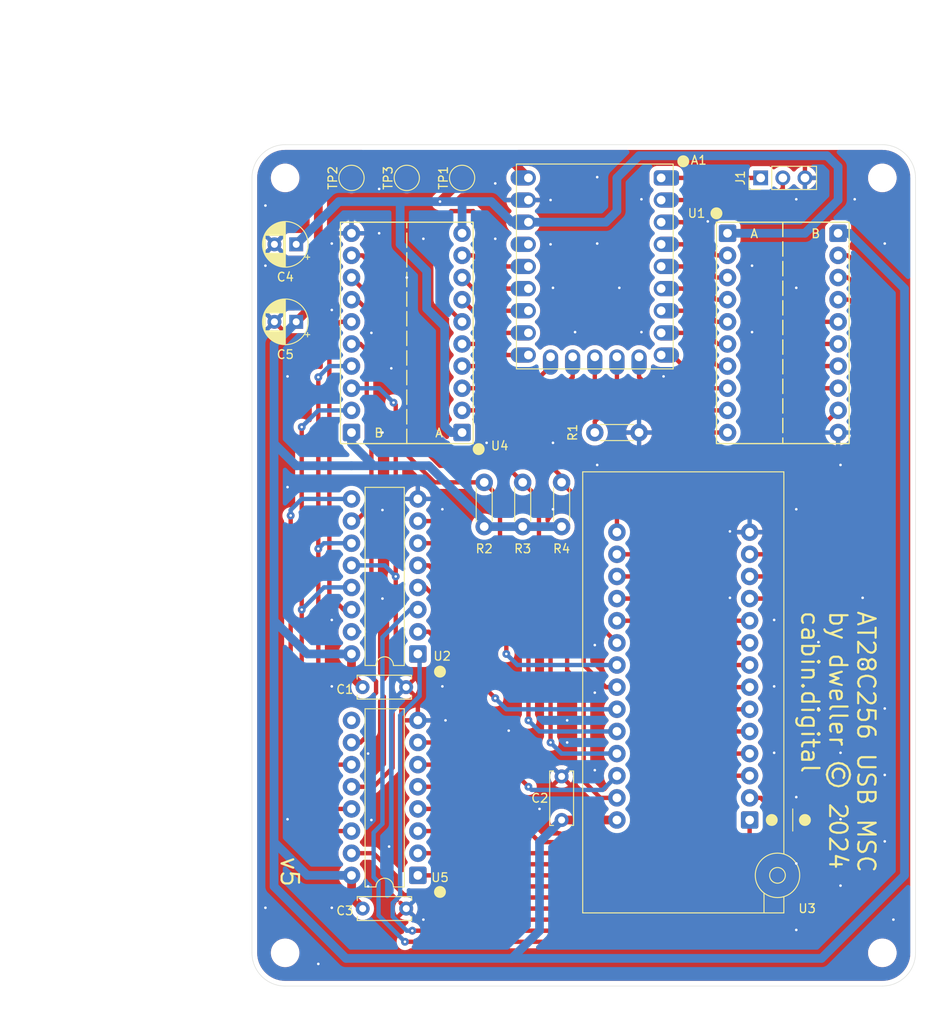
<source format=kicad_pcb>
(kicad_pcb
	(version 20240108)
	(generator "pcbnew")
	(generator_version "8.0")
	(general
		(thickness 1.5)
		(legacy_teardrops no)
	)
	(paper "A4")
	(title_block
		(title "AT28C256 USB Mass Storage")
		(date "2024-10-16")
		(rev "v5")
		(company "cabin.digital")
		(comment 2 "         creativecommons.org/licenses/by-sa/4.0")
		(comment 3 "License: CC BY-SA 4.0")
		(comment 4 "Author:  dweller@cabin.digital")
	)
	(layers
		(0 "F.Cu" mixed)
		(31 "B.Cu" mixed)
		(32 "B.Adhes" user "B.Adhesive")
		(33 "F.Adhes" user "F.Adhesive")
		(34 "B.Paste" user)
		(35 "F.Paste" user)
		(36 "B.SilkS" user "B.Silkscreen")
		(37 "F.SilkS" user "F.Silkscreen")
		(38 "B.Mask" user)
		(39 "F.Mask" user)
		(40 "Dwgs.User" user "User.Drawings")
		(41 "Cmts.User" user "User.Comments")
		(42 "Eco1.User" user "User.Eco1")
		(43 "Eco2.User" user "User.Eco2")
		(44 "Edge.Cuts" user)
		(45 "Margin" user)
		(46 "B.CrtYd" user "B.Courtyard")
		(47 "F.CrtYd" user "F.Courtyard")
		(48 "B.Fab" user)
		(49 "F.Fab" user)
		(50 "User.1" user)
		(51 "User.2" user)
		(52 "User.3" user)
		(53 "User.4" user)
		(54 "User.5" user)
		(55 "User.6" user)
		(56 "User.7" user)
		(57 "User.8" user)
		(58 "User.9" user)
	)
	(setup
		(stackup
			(layer "F.SilkS"
				(type "Top Silk Screen")
				(color "White")
			)
			(layer "F.Paste"
				(type "Top Solder Paste")
			)
			(layer "F.Mask"
				(type "Top Solder Mask")
				(color "Green")
				(thickness 0.01)
			)
			(layer "F.Cu"
				(type "copper")
				(thickness 0.035)
			)
			(layer "dielectric 1"
				(type "core")
				(color "FR4 natural")
				(thickness 1.41)
				(material "FR4")
				(epsilon_r 4.5)
				(loss_tangent 0.02)
			)
			(layer "B.Cu"
				(type "copper")
				(thickness 0.035)
			)
			(layer "B.Mask"
				(type "Bottom Solder Mask")
				(color "Green")
				(thickness 0.01)
			)
			(layer "B.Paste"
				(type "Bottom Solder Paste")
			)
			(layer "B.SilkS"
				(type "Bottom Silk Screen")
				(color "White")
			)
			(copper_finish "HAL lead-free")
			(dielectric_constraints no)
		)
		(pad_to_mask_clearance 0)
		(allow_soldermask_bridges_in_footprints no)
		(pcbplotparams
			(layerselection 0x00010f0_ffffffff)
			(plot_on_all_layers_selection 0x0000000_00000000)
			(disableapertmacros no)
			(usegerberextensions no)
			(usegerberattributes yes)
			(usegerberadvancedattributes yes)
			(creategerberjobfile yes)
			(dashed_line_dash_ratio 12.000000)
			(dashed_line_gap_ratio 3.000000)
			(svgprecision 4)
			(plotframeref no)
			(viasonmask no)
			(mode 1)
			(useauxorigin no)
			(hpglpennumber 1)
			(hpglpenspeed 20)
			(hpglpendiameter 15.000000)
			(pdf_front_fp_property_popups yes)
			(pdf_back_fp_property_popups yes)
			(dxfpolygonmode yes)
			(dxfimperialunits yes)
			(dxfusepcbnewfont yes)
			(psnegative no)
			(psa4output no)
			(plotreference yes)
			(plotvalue yes)
			(plotfptext yes)
			(plotinvisibletext no)
			(sketchpadsonfab no)
			(subtractmaskfromsilk yes)
			(outputformat 1)
			(mirror no)
			(drillshape 0)
			(scaleselection 1)
			(outputdirectory "fab_out/")
		)
	)
	(net 0 "")
	(net 1 "/~{rCS}")
	(net 2 "+3.3V")
	(net 3 "/~{rOE}")
	(net 4 "/rD3")
	(net 5 "/TX")
	(net 6 "/rRCLK")
	(net 7 "/~{rWE}")
	(net 8 "unconnected-(A1-GP29-Pad20)")
	(net 9 "/rD5")
	(net 10 "/~{rCLR}")
	(net 11 "/rD6")
	(net 12 "/rSCLK")
	(net 13 "/rD4")
	(net 14 "/~{rSOE}")
	(net 15 "/rDOE")
	(net 16 "/rIN")
	(net 17 "/RX")
	(net 18 "GND")
	(net 19 "+5V")
	(net 20 "/rD1")
	(net 21 "/rD0")
	(net 22 "/rD7")
	(net 23 "/rD2")
	(net 24 "/D6")
	(net 25 "/D5")
	(net 26 "/D7")
	(net 27 "/D3")
	(net 28 "/D2")
	(net 29 "/D4")
	(net 30 "/D1")
	(net 31 "/D0")
	(net 32 "unconnected-(U2-QA-Pad15)")
	(net 33 "/IN")
	(net 34 "/~{CLR}")
	(net 35 "/A13")
	(net 36 "Net-(U2-QH')")
	(net 37 "/A11")
	(net 38 "/A8")
	(net 39 "/A12")
	(net 40 "/A9")
	(net 41 "/SCLK")
	(net 42 "/~{SOE}")
	(net 43 "/RCLK")
	(net 44 "/A14")
	(net 45 "/A10")
	(net 46 "/A1")
	(net 47 "/A6")
	(net 48 "/A0")
	(net 49 "/A2")
	(net 50 "/~{OE}")
	(net 51 "/~{CS}")
	(net 52 "/A5")
	(net 53 "/A7")
	(net 54 "/~{WE}")
	(net 55 "/A4")
	(net 56 "/A3")
	(net 57 "unconnected-(U5-QH'-Pad9)")
	(footprint "Capacitor_THT:C_Disc_D6.0mm_W2.5mm_P5.00mm" (layer "F.Cu") (at 125.745 137.16))
	(footprint "Capacitor_THT:CP_Radial_D5.0mm_P2.50mm" (layer "F.Cu") (at 118.11 69.85 180))
	(footprint "Connector_PinHeader_2.54mm:PinHeader_1x03_P2.54mm_Vertical" (layer "F.Cu") (at 171.45 53.34 90))
	(footprint "MountingHole:MountingHole_2.7mm_M2.5" (layer "F.Cu") (at 185.42 142.24))
	(footprint "MountingHole:MountingHole_2.7mm_M2.5" (layer "F.Cu") (at 116.84 142.24))
	(footprint "Capacitor_THT:CP_Radial_D5.0mm_P2.50mm" (layer "F.Cu") (at 118.11 60.96 180))
	(footprint "Capacitor_THT:C_Disc_D6.0mm_W2.5mm_P5.00mm" (layer "F.Cu") (at 148.59 127 90))
	(footprint "eeprom2blk:DIP-16_W7.62mm_LongPads" (layer "F.Cu") (at 132.08 107.95 180))
	(footprint "eeprom2blk:R_Axial_DIN0204_L3.6mm_D1.6mm_P5.08mm_Horizontal" (layer "F.Cu") (at 139.7 93.345 90))
	(footprint "eeprom2blk:TXS0108EPW_Breakout" (layer "F.Cu") (at 130.81 71.12 180))
	(footprint "MountingHole:MountingHole_2.7mm_M2.5" (layer "F.Cu") (at 116.84 53.34))
	(footprint "MountingHole:MountingHole_2.7mm_M2.5" (layer "F.Cu") (at 185.42 53.34))
	(footprint "TestPoint:TestPoint_Pad_D2.5mm" (layer "F.Cu") (at 124.46 53.34 90))
	(footprint "eeprom2blk:R_Axial_DIN0204_L3.6mm_D1.6mm_P5.08mm_Horizontal" (layer "F.Cu") (at 144.12 93.345 90))
	(footprint "TestPoint:TestPoint_Pad_D2.5mm" (layer "F.Cu") (at 137.16 53.34 90))
	(footprint "Capacitor_THT:C_Disc_D6.0mm_W2.5mm_P5.00mm" (layer "F.Cu") (at 125.73 111.76))
	(footprint "eeprom2blk:R_Axial_DIN0204_L3.6mm_D1.6mm_P5.08mm_Horizontal" (layer "F.Cu") (at 152.4 82.55))
	(footprint "eeprom2blk:R_Axial_DIN0204_L3.6mm_D1.6mm_P5.08mm_Horizontal" (layer "F.Cu") (at 148.59 93.345 90))
	(footprint "TestPoint:TestPoint_Pad_D2.5mm" (layer "F.Cu") (at 130.81 53.34 90))
	(footprint "eeprom2blk:DIP-16_W7.62mm_LongPads" (layer "F.Cu") (at 132.08 133.35 180))
	(footprint "eeprom2blk:DIP_Socket-28_W11.9_W12.7_W15.24_W17.78_W18.5_3M_228-1277-00-0602J" (layer "F.Cu") (at 170.18 127 180))
	(footprint "eeprom2blk:RP2040-Zero" (layer "F.Cu") (at 152.4 62.75))
	(footprint "eeprom2blk:TXS0108EPW_Breakout" (layer "F.Cu") (at 173.99 71.12))
	(gr_circle
		(center 134.62 135.255)
		(end 135.255 135.255)
		(stroke
			(width 0.1)
			(type solid)
		)
		(fill solid)
		(layer "F.SilkS")
		(uuid "63be5518-7b3f-441b-bee8-0313af6c4a10")
	)
	(gr_circle
		(center 176.53 127)
		(end 177.165 127)
		(stroke
			(width 0.1)
			(type solid)
		)
		(fill solid)
		(layer "F.SilkS")
		(uuid "688f0c32-bd50-4697-8b64-33cb80984b88")
	)
	(gr_circle
		(center 134.62 109.982)
		(end 135.255 109.982)
		(stroke
			(width 0.1)
			(type solid)
		)
		(fill solid)
		(layer "F.SilkS")
		(uuid "8e995dc5-d294-4383-87c1-46e344f2f081")
	)
	(gr_circle
		(center 139.065 84.455)
		(end 139.7 84.455)
		(stroke
			(width 0.1)
			(type solid)
		)
		(fill solid)
		(layer "F.SilkS")
		(uuid "b59f6e94-2db2-4cc9-aac5-a4de8e302953")
	)
	(gr_circle
		(center 166.37 57.404)
		(end 167.005 57.404)
		(stroke
			(width 0.1)
			(type solid)
		)
		(fill solid)
		(layer "F.SilkS")
		(uuid "cb1670b8-a9f9-47af-946b-9b00300b5a34")
	)
	(gr_circle
		(center 162.56 51.435)
		(end 163.195 51.435)
		(stroke
			(width 0.1)
			(type solid)
		)
		(fill solid)
		(layer "F.SilkS")
		(uuid "cd8db7fe-cab4-4ceb-8755-36fd5e361907")
	)
	(gr_circle
		(center 172.72 127)
		(end 173.355 127)
		(stroke
			(width 0.1)
			(type solid)
		)
		(fill solid)
		(layer "F.SilkS")
		(uuid "d2b05f8c-24d7-4932-8f80-823bd1d1c959")
	)
	(gr_line
		(start 189.23 53.34)
		(end 189.23 142.24)
		(stroke
			(width 0.05)
			(type default)
		)
		(layer "Edge.Cuts")
		(uuid "4a66cf97-0d6c-4ba3-bbe4-22317d0b53f4")
	)
	(gr_arc
		(start 113.03 53.34)
		(mid 114.145923 50.645923)
		(end 116.84 49.53)
		(stroke
			(width 0.05)
			(type default)
		)
		(layer "Edge.Cuts")
		(uuid "4e8b34cb-cae5-4048-98ad-aaa59232d789")
	)
	(gr_line
		(start 116.84 146.05)
		(end 185.42 146.05)
		(stroke
			(width 0.05)
			(type default)
		)
		(layer "Edge.Cuts")
		(uuid "66d32624-c5fb-4e8a-b794-31dd8f548516")
	)
	(gr_arc
		(start 189.23 142.24)
		(mid 188.114077 144.934077)
		(end 185.42 146.05)
		(stroke
			(width 0.05)
			(type default)
		)
		(layer "Edge.Cuts")
		(uuid "8c4f17eb-061d-4222-bcb4-13c866d84ce0")
	)
	(gr_line
		(start 185.42 49.53)
		(end 116.84 49.53)
		(stroke
			(width 0.05)
			(type default)
		)
		(layer "Edge.Cuts")
		(uuid "900404b3-75c3-4a1e-8dda-04bac236c1cc")
	)
	(gr_line
		(start 113.03 53.34)
		(end 113.03 142.24)
		(stroke
			(width 0.05)
			(type default)
		)
		(layer "Edge.Cuts")
		(uuid "93306804-7f27-4779-a564-e31e047fd82a")
	)
	(gr_arc
		(start 185.42 49.53)
		(mid 188.114077 50.645923)
		(end 189.23 53.34)
		(stroke
			(width 0.05)
			(type default)
		)
		(layer "Edge.Cuts")
		(uuid "f90e8d2c-d0e7-4540-b0f8-150d772a0325")
	)
	(gr_arc
		(start 116.84 146.05)
		(mid 114.145923 144.934077)
		(end 113.03 142.24)
		(stroke
			(width 0.05)
			(type default)
		)
		(layer "Edge.Cuts")
		(uuid "fed24285-3ae1-4a9d-83b4-3cd150e40a35")
	)
	(gr_text "v5"
		(at 117.348 131.064 270)
		(layer "F.SilkS")
		(uuid "66b9d485-67a8-474b-bc81-0a2f01a479d5")
		(effects
			(font
				(size 2 2)
				(thickness 0.25)
				(bold yes)
			)
			(justify left)
		)
	)
	(gr_text "AT28C256 USB MSC\nby dweller © 2024\ncabin.digital"
		(at 180.34 102.87 270)
		(layer "F.SilkS")
		(uuid "d3a54ab6-a3d3-4d68-85b6-bcc906211206")
		(effects
			(font
				(size 2 2)
				(thickness 0.25)
				(bold yes)
			)
			(justify left)
		)
	)
	(dimension
		(type aligned)
		(layer "Dwgs.User")
		(uuid "722dd3b8-fb71-4999-af24-1da4b530b74b")
		(pts
			(xy 116.84 49.53) (xy 116.84 146.05)
		)
		(height 15.24)
		(gr_text "96.5200 mm"
			(at 98.45 97.79 90)
			(layer "Dwgs.User")
			(uuid "722dd3b8-fb71-4999-af24-1da4b530b74b")
			(effects
				(font
					(size 3 3)
					(thickness 0.15)
				)
			)
		)
		(format
			(prefix "")
			(suffix "")
			(units 3)
			(units_format 1)
			(precision 4)
		)
		(style
			(thickness 0.1)
			(arrow_length 1.27)
			(text_position_mode 0)
			(extension_height 0.58642)
			(extension_offset 0.5) keep_text_aligned)
	)
	(dimension
		(type aligned)
		(layer "Dwgs.User")
		(uuid "9dd16d26-56ed-4e30-818b-6137659016a5")
		(pts
			(xy 113.03 53.34) (xy 189.23 53.34)
		)
		(height -15.24)
		(gr_text "76.2000 mm"
			(at 151.13 34.95 0)
			(layer "Dwgs.User")
			(uuid "9dd16d26-56ed-4e30-818b-6137659016a5")
			(effects
				(font
					(size 3 3)
					(thickness 0.15)
				)
			)
		)
		(format
			(prefix "")
			(suffix "")
			(units 3)
			(units_format 1)
			(precision 4)
		)
		(style
			(thickness 0.1)
			(arrow_length 1.27)
			(text_position_mode 0)
			(extension_height 0.58642)
			(extension_offset 0.5) keep_text_aligned)
	)
	(segment
		(start 142.24 66.04)
		(end 138.43 62.23)
		(width 0.5)
		(layer "F.Cu")
		(net 1)
		(uuid "527b557c-59a1-48fd-b61d-a53c79904fe0")
	)
	(segment
		(start 144.78 66.04)
		(end 142.24 66.04)
		(width 0.5)
		(layer "F.Cu")
		(net 1)
		(uuid "93668bf9-0049-43f7-9ecd-34a3a13acad1")
	)
	(segment
		(start 138.43 62.23)
		(end 137.16 62.23)
		(width 0.5)
		(layer "F.Cu")
		(net 1)
		(uuid "eb831391-a3bb-4ffb-a24e-423e3a28e068")
	)
	(segment
		(start 137.16 53.52)
		(end 134.62 56.06)
		(width 1)
		(layer "F.Cu")
		(net 2)
		(uuid "351e2adf-8287-47ed-b4e4-9a28516825f6")
	)
	(segment
		(start 137.16 53.34)
		(end 137.16 53.52)
		(width 1)
		(layer "F.Cu")
		(net 2)
		(uuid "c07b6ab4-3565-4455-851c-6d409f494b41")
	)
	(via
		(at 134.62 56.06)
		(size 0.9)
		(drill 0.3)
		(layers "F.Cu" "B.Cu")
		(net 2)
		(uuid "d1868e17-7d8a-43bd-bcd4-2dd4011a1af9")
	)
	(segment
		(start 135.89 82.55)
		(end 137.16 82.55)
		(width 1)
		(layer "B.Cu")
		(net 2)
		(uuid "129b6a11-a81a-4145-8c99-a8cc0f3f8047")
	)
	(segment
		(start 133.096 68.326)
		(end 135.16 70.39)
		(width 1)
		(layer "B.Cu")
		(net 2)
		(uuid "1b02c855-169a-480f-adb2-c716017db077")
	)
	(segment
		(start 180.34 52.07)
		(end 179.07 50.8)
		(width 1)
		(layer "B.Cu")
		(net 2)
		(uuid "27ad6e18-a6d4-4d0b-bf9a-eca67a0341d3")
	)
	(segment
		(start 180.34 55.88)
		(end 180.34 52.07)
		(width 1)
		(layer "B.Cu")
		(net 2)
		(uuid "2a78c963-bb5d-42c9-a6eb-527f9bdbe36e")
	)
	(segment
		(start 153.67 58.42)
		(end 144.78 58.42)
		(width 1)
		(layer "B.Cu")
		(net 2)
		(uuid "2f1f7634-fb3e-47ff-8968-bac95ffa10c7")
	)
	(segment
		(start 142.875 58.42)
		(end 144.78 58.42)
		(width 1)
		(layer "B.Cu")
		(net 2)
		(uuid "3493dbd6-7362-4a8a-b8b2-9f86c3f96550")
	)
	(segment
		(start 130.048 60.96)
		(end 130.048 56.187)
		(width 1)
		(layer "B.Cu")
		(net 2)
		(uuid "5034f22e-a90b-4030-a6d0-c5a7db8fa2fd")
	)
	(segment
		(start 130.048 60.96)
		(end 133.096 64.008)
		(width 1)
		(layer "B.Cu")
		(net 2)
		(uuid "50e7247b-4fe3-40eb-93fd-336eda9c587c")
	)
	(segment
		(start 137.16 59.69)
		(end 137.16 56.06)
		(width 1)
		(layer "B.Cu")
		(net 2)
		(uuid "5995aff7-816f-4453-b6af-14d4f4c3dc0d")
	)
	(segment
		(start 134.62 56.06)
		(end 137.16 56.06)
		(width 1)
		(layer "B.Cu")
		(net 2)
		(uuid "61652acb-c787-4900-827a-a752597b7ab1")
	)
	(segment
		(start 176.53 59.69)
		(end 180.34 55.88)
		(width 1)
		(layer "B.Cu")
		(net 2)
		(uuid "62d9cea1-8bf8-4aaa-8cba-c44b2b02b279")
	)
	(segment
		(start 135.16 81.82)
		(end 135.89 82.55)
		(width 1)
		(layer "B.Cu")
		(net 2)
		(uuid "6a88e0cf-bcbe-4960-902b-713275d4fad2")
	)
	(segment
		(start 167.64 59.69)
		(end 176.53 59.69)
		(width 1)
		(layer "B.Cu")
		(net 2)
		(uuid "6d15f874-134e-4a84-b1a8-727dbda46eb9")
	)
	(segment
		(start 140.515 56.06)
		(end 142.875 58.42)
		(width 1)
		(layer "B.Cu")
		(net 2)
		(uuid "6d196cac-8e2b-4641-ba82-7d621bd9f340")
	)
	(segment
		(start 137.16 56.06)
		(end 140.515 56.06)
		(width 1)
		(layer "B.Cu")
		(net 2)
		(uuid "6e45ba56-5d4d-4e35-a1d8-f28b45622d1a")
	)
	(segment
		(start 123.01 56.06)
		(end 130.175 56.06)
		(width 1)
		(layer "B.Cu")
		(net 2)
		(uuid "82840c45-1f1a-4c9b-84e5-0eb00cd6bd48")
	)
	(segment
		(start 130.175 56.06)
		(end 134.62 56.06)
		(width 1)
		(layer "B.Cu")
		(net 2)
		(uuid "954cb93f-957d-4205-91bf-eaeae4369748")
	)
	(segment
		(start 135.16 70.39)
		(end 135.16 81.82)
		(width 1)
		(layer "B.Cu")
		(net 2)
		(uuid "98938bcc-3d97-4f7c-ae5b-8b56d4ea1978")
	)
	(segment
		(start 157.48 50.8)
		(end 154.94 53.34)
		(width 1)
		(layer "B.Cu")
		(net 2)
		(uuid "9d6f65e0-b9e4-4bc1-ae80-6d27eaf48f51")
	)
	(segment
		(start 154.94 57.15)
		(end 153.67 58.42)
		(width 1)
		(layer "B.Cu")
		(net 2)
		(uuid "9db6d9f4-f607-4b9c-85f9-feaf299f673f")
	)
	(segment
		(start 154.94 53.34)
		(end 154.94 57.15)
		(width 1)
		(layer "B.Cu")
		(net 2)
		(uuid "a31cb41a-5ba4-4589-8e1d-c770d17df68a")
	)
	(segment
		(start 118.11 60.96)
		(end 123.01 56.06)
		(width 1)
		(layer "B.Cu")
		(net 2)
		(uuid "a6e0a7a6-8aa4-480d-81d8-80b641e21587")
	)
	(segment
		(start 133.096 64.008)
		(end 133.096 68.326)
		(width 1)
		(layer "B.Cu")
		(net 2)
		(uuid "d7abddd3-d741-4499-a676-3dfe183cb3dd")
	)
	(segment
		(start 130.048 56.187)
		(end 130.175 56.06)
		(width 1)
		(layer "B.Cu")
		(net 2)
		(uuid "e7edc212-41d0-4282-8d81-8d3a564c2034")
	)
	(segment
		(start 179.07 50.8)
		(end 157.48 50.8)
		(width 1)
		(layer "B.Cu")
		(net 2)
		(uuid "f52ccf2f-89a0-45cd-a78b-77e77df9c725")
	)
	(segment
		(start 144.78 68.58)
		(end 140.97 68.58)
		(width 0.5)
		(layer "F.Cu")
		(net 3)
		(uuid "f0510168-0a99-4d3e-8ca8-656da0976ec9")
	)
	(segment
		(start 140.97 68.58)
		(end 137.16 64.77)
		(width 0.5)
		(layer "F.Cu")
		(net 3)
		(uuid "f4420a84-a681-4248-8122-d90bbeb47bc3")
	)
	(segment
		(start 166.37 69.85)
		(end 167.64 69.85)
		(width 0.5)
		(layer "F.Cu")
		(net 4)
		(uuid "263a26c2-caf3-4a79-89d1-6b8958e6eee2")
	)
	(segment
		(start 160.02 66.04)
		(end 162.56 66.04)
		(width 0.5)
		(layer "F.Cu")
		(net 4)
		(uuid "2f7caa53-0e0a-4515-b841-ae6bf6981632")
	)
	(segment
		(start 162.56 66.04)
		(end 166.37 69.85)
		(width 0.5)
		(layer "F.Cu")
		(net 4)
		(uuid "60438317-4ba9-4509-993e-b6339bd03cab")
	)
	(segment
		(start 160.02 53.34)
		(end 171.45 53.34)
		(width 0.5)
		(layer "F.Cu")
		(net 5)
		(uuid "629a7523-f063-46e8-a7b1-fc3772800789")
	)
	(segment
		(start 140.97 78.74)
		(end 147.32 78.74)
		(width 0.5)
		(layer "F.Cu")
		(net 6)
		(uuid "0461bbc6-a221-44e1-b2ab-c491ae59af96")
	)
	(segment
		(start 137.16 77.47)
		(end 139.7 77.47)
		(width 0.5)
		(layer "F.Cu")
		(net 6)
		(uuid "052d09ca-39d6-4867-be63-50feb1ee63d4")
	)
	(segment
		(start 139.7 77.47)
		(end 140.97 78.74)
		(width 0.5)
		(layer "F.Cu")
		(net 6)
		(uuid "2a307b3c-4918-4a68-8ac2-543cd3559929")
	)
	(segment
		(start 149.86 76.2)
		(end 149.86 73.87)
		(width 0.5)
		(layer "F.Cu")
		(net 6)
		(uuid "741f0e4b-b51b-4399-ac5c-ac840f941720")
	)
	(segment
		(start 147.32 78.74)
		(end 149.86 76.2)
		(width 0.5)
		(layer "F.Cu")
		(net 6)
		(uuid "ff8320b4-c47f-4558-b20b-123c79fbed96")
	)
	(segment
		(start 140.97 71.12)
		(end 137.16 67.31)
		(width 0.5)
		(layer "F.Cu")
		(net 7)
		(uuid "7c2bfe99-63b9-43c9-a89e-c5e86a9a50a2")
	)
	(segment
		(start 144.78 71.12)
		(end 140.97 71.12)
		(width 0.5)
		(layer "F.Cu")
		(net 7)
		(uuid "eda2b335-5f62-43b7-9e49-f30e5de38903")
	)
	(segment
		(start 160.02 71.12)
		(end 162.69863 71.12)
		(width 0.5)
		(layer "F.Cu")
		(net 9)
		(uuid "0cd68bc5-00af-41a0-a19c-c15593557942")
	)
	(segment
		(start 166.50863 74.93)
		(end 167.64 74.93)
		(width 0.5)
		(layer "F.Cu")
		(net 9)
		(uuid "7907a98f-cb70-40ae-8439-d8cfa0ec6ad3")
	)
	(segment
		(start 162.69863 71.12)
		(end 166.50863 74.93)
		(width 0.5)
		(layer "F.Cu")
		(net 9)
		(uuid "ebc0df77-4b6e-4109-9355-c97b0a4a378a")
	)
	(segment
		(start 140.97 72.39)
		(end 137.16 72.39)
		(width 0.5)
		(layer "F.Cu")
		(net 10)
		(uuid "97868ce3-0309-47b7-a4e7-a477725cc9c0")
	)
	(segment
		(start 144.78 73.66)
		(end 142.24 73.66)
		(width 0.5)
		(layer "F.Cu")
		(net 10)
		(uuid "a2f56dea-f706-43c9-8314-d8961edef922")
	)
	(segment
		(start 142.24 73.66)
		(end 140.97 72.39)
		(width 0.5)
		(layer "F.Cu")
		(net 10)
		(uuid "be8f6ba3-a3e6-4654-804d-ef0bfce02b33")
	)
	(segment
		(start 161.29 73.66)
		(end 165.1 77.47)
		(width 0.5)
		(layer "F.Cu")
		(net 11)
		(uuid "191ecaee-46e8-4bdb-8260-dc8c004bc105")
	)
	(segment
		(start 160.02 73.66)
		(end 161.29 73.66)
		(width 0.5)
		(layer "F.Cu")
		(net 11)
		(uuid "2c597e31-9740-4adb-99b1-606315b85573")
	)
	(segment
		(start 165.1 77.47)
		(end 167.64 77.47)
		(width 0.5)
		(layer "F.Cu")
		(net 11)
		(uuid "e1424854-b2c5-4ed0-afc6-45a820121d97")
	)
	(segment
		(start 147.32 74.93)
		(end 146.05 76.2)
		(width 0.5)
		(layer "F.Cu")
		(net 12)
		(uuid "3bbce1ca-2e70-4281-808a-ea9411dabeaf")
	)
	(segment
		(start 147.32 73.87)
		(end 147.32 74.93)
		(width 0.5)
		(layer "F.Cu")
		(net 12)
		(uuid "7e11849f-31ec-4e02-ae37-fa855e1f029b")
	)
	(segment
		(start 140.97 74.93)
		(end 137.16 74.93)
		(width 0.5)
		(layer "F.Cu")
		(net 12)
		(uuid "a04bf74e-2226-4385-9ba6-28d364d2fecb")
	)
	(segment
		(start 146.05 76.2)
		(end 142.24 76.2)
		(width 0.5)
		(layer "F.Cu")
		(net 12)
		(uuid "c330ab4b-c64b-4dd3-a5f0-c6a499ef1629")
	)
	(segment
		(start 142.24 76.2)
		(end 140.97 74.93)
		(width 0.5)
		(layer "F.Cu")
		(net 12)
		(uuid "e39d0034-93b6-4a39-b6c1-07e73ace7108")
	)
	(segment
		(start 166.50863 72.39)
		(end 167.64 72.39)
		(width 0.5)
		(layer "F.Cu")
		(net 13)
		(uuid "5771990b-2813-4f76-9430-9ced2ed72f12")
	)
	(segment
		(start 160.02 68.58)
		(end 162.69863 68.58)
		(width 0.5)
		(layer "F.Cu")
		(net 13)
		(uuid "99c02391-7ab1-4a2a-95e8-7359affe54ed")
	)
	(segment
		(start 162.69863 68.58)
		(end 166.50863 72.39)
		(width 0.5)
		(layer "F.Cu")
		(net 13)
		(uuid "a23aacd0-9e51-43ef-a695-c8d54adcb261")
	)
	(segment
		(start 137.16 80.01)
		(end 139.7 80.01)
		(width 0.5)
		(layer "F.Cu")
		(net 14)
		(uuid "0fa58218-0573-4e65-bc81-e95fa90650bf")
	)
	(segment
		(start 139.7 80.01)
		(end 140.97 81.28)
		(width 0.5)
		(layer "F.Cu")
		(net 14)
		(uuid "251cfb2b-e600-4867-8a26-b3fd01abc392")
	)
	(segment
		(start 148.59 81.28)
		(end 152.4 77.47)
		(width 0.5)
		(layer "F.Cu")
		(net 14)
		(uuid "26dc3e82-e635-4ceb-90d1-1afce5cc746f")
	)
	(segment
		(start 140.97 81.28)
		(end 148.59 81.28)
		(width 0.5)
		(layer "F.Cu")
		(net 14)
		(uuid "91c75fa2-93ac-43a1-8a07-b63399861a17")
	)
	(segment
		(start 152.4 77.47)
		(end 152.4 73.87)
		(width 0.5)
		(layer "F.Cu")
		(net 14)
		(uuid "e97295a9-4ddf-41ae-a8a5-f10e2da1509e")
	)
	(segment
		(start 154.94 78.74)
		(end 156.21 80.01)
		(width 0.5)
		(layer "F.Cu")
		(net 15)
		(uuid "13e524b5-0f3b-428a-a499-0b60412bf031")
	)
	(segment
		(start 161.29 80.01)
		(end 163.83 82.55)
		(width 0.5)
		(layer "F.Cu")
		(net 15)
		(uuid "6066d164-b8d4-4281-bdd2-74ef59b1009d")
	)
	(segment
		(start 154.94 73.87)
		(end 154.94 78.74)
		(width 0.5)
		(layer "F.Cu")
		(net 15)
		(uuid "623db2b6-f03b-4231-a59e-8b4fb199cc47")
	)
	(segment
		(start 154.94 78.74)
		(end 152.4 81.28)
		(width 0.5)
		(layer "F.Cu")
		(net 15)
		(uuid "7279b8cd-91fe-4daf-b914-6dd07be99224")
	)
	(segment
		(start 163.83 82.55)
		(end 167.64 82.55)
		(width 0.5)
		(layer "F.Cu")
		(net 15)
		(uuid "7bf82661-1831-489e-96db-9a29e74f0444")
	)
	(segment
		(start 152.4 81.28)
		(end 152.4 82.55)
		(width 0.5)
		(layer "F.Cu")
		(net 15)
		(uuid "8d9fd4b1-fae5-4493-91d5-dc27f9b596d4")
	)
	(segment
		(start 156.21 80.01)
		(end 161.29 80.01)
		(width 0.5)
		(layer "F.Cu")
		(net 15)
		(uuid "fb3425ff-fb6c-4826-b165-19f605f43e99")
	)
	(segment
		(start 142.24 63.5)
		(end 144.78 63.5)
		(width 0.5)
		(layer "F.Cu")
		(net 16)
		(uuid "1cf84c32-49cf-4ea6-902a-418342ce60ff")
	)
	(segment
		(start 134.62 58.42)
		(end 135.89 57.15)
		(width 0.5)
		(layer "F.Cu")
		(net 16)
		(uuid "619adeb3-0e7e-4f8e-a31b-b5744ceb0c36")
	)
	(segment
		(start 137.16 69.85)
		(end 134.62 67.31)
		(width 0.5)
		(layer "F.Cu")
		(net 16)
		(uuid "6235f8b2-663b-46e5-95e3-d282a809b9ae")
	)
	(segment
		(start 135.89 57.15)
		(end 138.43 57.15)
		(width 0.5)
		(layer "F.Cu")
		(net 16)
		(uuid "75d33919-9028-48e2-a981-ba357180518d")
	)
	(segment
		(start 138.43 57.15)
		(end 139.7 58.42)
		(width 0.5)
		(layer "F.Cu")
		(net 16)
		(uuid "a2200da1-61b3-4e83-afca-1d20920114c2")
	)
	(segment
		(start 139.7 58.42)
		(end 139.7 60.96)
		(width 0.5)
		(layer "F.Cu")
		(net 16)
		(uuid "cf3052b3-0f86-45a7-97e4-e7312dbfb857")
	)
	(segment
		(start 139.7 60.96)
		(end 142.24 63.5)
		(width 0.5)
		(layer "F.Cu")
		(net 16)
		(uuid "ed1a342c-2322-40c6-8e49-01d7aebb4657")
	)
	(segment
		(start 134.62 67.31)
		(end 134.62 58.42)
		(width 0.5)
		(layer "F.Cu")
		(net 16)
		(uuid "f7b2b623-497f-451e-a03d-cce931c34db4")
	)
	(segment
		(start 144.78 63.5)
		(end 143.44003 63.5)
		(width 1)
		(layer "B.Cu")
		(net 16)
		(uuid "eb29fcb0-907e-4a12-b87e-292ced72cc6a")
	)
	(segment
		(start 172.652081 55.88)
		(end 173.99 54.542081)
		(width 0.5)
		(layer "F.Cu")
		(net 17)
		(uuid "7ac2bdb9-0133-4b3d-b7e6-1deb15253468")
	)
	(segment
		(start 160.02 55.88)
		(end 172.652081 55.88)
		(width 0.5)
		(layer "F.Cu")
		(net 17)
		(uuid "cf7cf3f3-4b12-4e7a-8ba6-ebafe4715dca")
	)
	(segment
		(start 173.99 54.542081)
		(end 173.99 53.34)
		(width 0.5)
		(layer "F.Cu")
		(net 17)
		(uuid "cfdd4005-3f33-41c1-9880-5a3eccccefc5")
	)
	(via
		(at 183.156429 109.13175)
		(size 0.9)
		(drill 0.3)
		(layers "F.Cu" "B.Cu")
		(free yes)
		(net 18)
		(uuid "029edbcd-c9c9-49d1-b6f4-ad4b7648eedb")
	)
	(via
		(at 114.576429 63.41175)
		(size 0.9)
		(drill 0.3)
		(layers "F.Cu" "B.Cu")
		(free yes)
		(net 18)
		(uuid "033888bd-f217-4761-a46f-76f1bb088d99")
	)
	(via
		(at 185.696429 60.87175)
		(size 0.9)
		(drill 0.3)
		(layers "F.Cu" "B.Cu")
		(free yes)
		(net 18)
		(uuid "03febe9b-9124-4297-ada1-29cffe7e7adb")
	)
	(via
		(at 147.596429 83.73175)
		(size 0.9)
		(drill 0.3)
		(layers "F.Cu" "B.Cu")
		(free yes)
		(net 18)
		(uuid "0753f149-7b68-450c-88eb-f0899c68c387")
	)
	(via
		(at 114.576429 56.515)
		(size 0.9)
		(drill 0.3)
		(layers "F.Cu" "B.Cu")
		(free yes)
		(net 18)
		(uuid "09449434-da3e-4f5d-8ea9-ba003f5d7098")
	)
	(via
		(at 175.536429 139.61175)
		(size 0.9)
		(drill 0.3)
		(layers "F.Cu" "B.Cu")
		(free yes)
		(net 18)
		(uuid "13f50ae0-5f36-43ae-9e83-eff34fe05052")
	)
	(via
		(at 152.676429 53.25175)
		(size 0.9)
		(drill 0.3)
		(layers "F.Cu" "B.Cu")
		(free yes)
		(net 18)
		(uuid "19642ef5-dcc6-4a4a-9fd2-cc387c576296")
	)
	(via
		(at 185.696429 114.21175)
		(size 0.9)
		(drill 0.3)
		(layers "F.Cu" "B.Cu")
		(free yes)
		(net 18)
		(uuid "1aa5cdd9-14f3-4039-a032-548756712be6")
	)
	(via
		(at 170.456429 71.03175)
		(size 0.9)
		(drill 0.3)
		(layers "F.Cu" "B.Cu")
		(free yes)
		(net 18)
		(uuid "1ace9d7f-c5d7-4135-bf57-03eee1321922")
	)
	(via
		(at 180.616429 119.29175)
		(size 0.9)
		(drill 0.3)
		(layers "F.Cu" "B.Cu")
		(free yes)
		(net 18)
		(uuid "1ba1b142-a014-46af-8350-fad03b3062bd")
	)
	(via
		(at 126.365 134.62)
		(size 0.9)
		(drill 0.3)
		(layers "F.Cu" "B.Cu")
		(free yes)
		(net 18)
		(uuid "1bd734a9-1301-486a-865a-26a316025848")
	)
	(via
		(at 157.756429 71.03175)
		(size 0.9)
		(drill 0.3)
		(layers "F.Cu" "B.Cu")
		(free yes)
		(net 18)
		(uuid "1f5cc1f0-94e0-40ca-bce5-62639918f4d5")
	)
	(via
		(at 152.4 121.285)
		(size 0.9)
		(drill 0.3)
		(layers "F.Cu" "B.Cu")
		(free yes)
		(net 18)
		(uuid "21e10225-0700-4816-9fd6-8f213af2764d")
	)
	(via
		(at 134.896429 111.67175)
		(size 0.9)
		(drill 0.3)
		(layers "F.Cu" "B.Cu")
		(free yes)
		(net 18)
		(uuid "2296dd17-8666-4848-a899-2503cf61ba0b")
	)
	(via
		(at 185.696429 129.45175)
		(size 0.9)
		(drill 0.3)
		(layers "F.Cu" "B.Cu")
		(free yes)
		(net 18)
		(uuid "267c9490-2d4a-4685-9136-9c00dfc84b5b")
	)
	(via
		(at 147.596429 91.35175)
		(size 0.9)
		(drill 0.3)
		(layers "F.Cu" "B.Cu")
		(free yes)
		(net 18)
		(uuid "27740520-2a19-4b44-a9c8-03409c92de31")
	)
	(via
		(at 117.116429 88.81175)
		(size 0.9)
		(drill 0.3)
		(layers "F.Cu" "B.Cu")
		(free yes)
		(net 18)
		(uuid "2a76e4ac-c596-4d95-925a-3d534a77a234")
	)
	(via
		(at 150.136429 71.03175)
		(size 0.9)
		(drill 0.3)
		(layers "F.Cu" "B.Cu")
		(free yes)
		(net 18)
		(uuid "2d3631f0-c805-4434-b9d5-64578593225d")
	)
	(via
		(at 149.225 118.11)
		(size 0.9)
		(drill 0.3)
		(layers "F.Cu" "B.Cu")
		(free yes)
		(net 18)
		(uuid "2f54e203-01d5-40fd-a6b6-89062a914da6")
	)
	(via
		(at 134.896429 91.35175)
		(size 0.9)
		(drill 0.3)
		(layers "F.Cu" "B.Cu")
		(free yes)
		(net 18)
		(uuid "31160ecc-afc3-4530-b3e2-b329c2495428")
	)
	(via
		(at 127.635 59.69)
		(size 0.9)
		(drill 0.3)
		(layers "F.Cu" "B.Cu")
		(free yes)
		(net 18)
		(uuid "323e2e71-8eca-4991-ab20-69d87d7d367d")
	)
	(via
		(at 130.81 64.77)
		(size 0.9)
		(drill 0.3)
		(layers "F.Cu" "B.Cu")
		(free yes)
		(net 18)
		(uuid "35f7f2eb-4b19-4d84-ac77-39777c8356fd")
	)
	(via
		(at 129.032 75.184)
		(size 0.9)
		(drill 0.3)
		(layers "F.Cu" "B.Cu")
		(free yes)
		(net 18)
		(uuid "382b3c17-10bb-4db7-9725-940226b25b39")
	)
	(via
		(at 146.05 125.73)
		(size 0.9)
		(drill 0.3)
		(layers "F.Cu" "B.Cu")
		(free yes)
		(net 18)
		(uuid "3a0aae63-ed1f-4f8a-aca9-43bb7f1534c5")
	)
	(via
		(at 122.196429 104.05175)
		(size 0.9)
		(drill 0.3)
		(layers "F.Cu" "B.Cu")
		(free yes)
		(net 18)
		(uuid "3a13ce5e-8804-4a13-8609-a65a55808fa9")
	)
	(via
		(at 140.97 60.325)
		(size 0.9)
		(drill 0.3)
		(layers "F.Cu" "B.Cu")
		(free yes)
		(net 18)
		(uuid "3d123d6e-16af-45b6-b494-682d9acd48c3")
	)
	(via
		(at 165.376429 58.33175)
		(size 0.9)
		(drill 0.3)
		(layers "F.Cu" "B.Cu")
		(free yes)
		(net 18)
		(uuid "3d39d07e-dac6-471e-801b-90ed41eee0ad")
	)
	(via
		(at 152.4 112.395)
		(size 0.9)
		(drill 0.3)
		(layers "F.Cu" "B.Cu")
		(free yes)
		(net 18)
		(uuid "412bc303-8b74-47dc-8b4d-5c0a5182488d")
	)
	(via
		(at 175.536429 131.99175)
		(size 0.9)
		(drill 0.3)
		(layers "F.Cu" "B.Cu")
		(free yes)
		(net 18)
		(uuid "452b3963-0011-4e04-8ecd-b9f80ec2a223")
	)
	(via
		(at 117.116429 76.11175)
		(size 0.9)
		(drill 0.3)
		(layers "F.Cu" "B.Cu")
		(free yes)
		(net 18)
		(uuid "46c0ab5e-8bbf-436c-a2ee-0631ab38bd45")
	)
	(via
		(at 128.016 91.44)
		(size 0.9)
		(drill 0.3)
		(layers "F.Cu" "B.Cu")
		(free yes)
		(net 18)
		(uuid "48aa2d63-cd71-4b43-a61c-fe39149fb60e")
	)
	(via
		(at 175.536429 91.35175)
		(size 0.9)
		(drill 0.3)
		(layers "F.Cu" "B.Cu")
		(free yes)
		(net 18)
		(uuid "49a69efa-e01d-456e-b843-b3ba459d9b84")
	)
	(via
		(at 172.996429 119.29175)
		(size 0.9)
		(drill 0.3)
		(layers "F.Cu" "B.Cu")
		(free yes)
		(net 18)
		(uuid "4c4b94a2-3cdd-404d-a061-21e49787d198")
	)
	(via
		(at 135.255 115.57)
		(size 0.9)
		(drill 0.3)
		(layers "F.Cu" "B.Cu")
		(free yes)
		(net 18)
		(uuid "4db8fda0-fb3a-4ce6-9f8f-7d6c0fff69db")
	)
	(via
		(at 122.196429 60.87175)
		(size 0.9)
		(drill 0.3)
		(layers "F.Cu" "B.Cu")
		(free yes)
		(net 18)
		(uuid "52820a4b-8a8d-40e6-a0e2-bd21d3417c79")
	)
	(via
		(at 178.076429 106.59175)
		(size 0.9)
		(drill 0.3)
		(layers "F.Cu" "B.Cu")
		(free yes)
		(net 18)
		(uuid "56a5a2be-2bee-41e9-bc3d-edb189fe06e7")
	)
	(via
		(at 132.715 60.325)
		(size 0.9)
		(drill 0.3)
		(layers "F.Cu" "B.Cu")
		(free yes)
		(net 18)
		(uuid "58b2c014-9471-4ef3-9ade-b25256706c5e")
	)
	(via
		(at 126.746 127)
		(size 0.9)
		(drill 0.3)
		(layers "F.Cu" "B.Cu")
		(free yes)
		(net 18)
		(uuid "5de13376-0e6b-4ed0-b605-65c7430cdee9")
	)
	(via
		(at 126.365 119.38)
		(size 0.9)
		(drill 0.3)
		(layers "F.Cu" "B.Cu")
		(free yes)
		(net 18)
		(uuid "6057c3bc-0a45-4041-8335-2f8d7953c894")
	)
	(via
		(at 120.65 143.51)
		(size 0.9)
		(drill 0.3)
		(layers "F.Cu" "B.Cu")
		(free yes)
		(net 18)
		(uuid "643c8a7b-5cbc-46b0-9d0a-8ccba26fa6a1")
	)
	(via
		(at 167.916429 93.89175)
		(size 0.9)
		(drill 0.3)
		(layers "F.Cu" "B.Cu")
		(free yes)
		(net 18)
		(uuid "67f0d0d8-84cb-4b23-9057-ee35353b2648")
	)
	(via
		(at 128.016 101.6)
		(size 0.9)
		(drill 0.3)
		(layers "F.Cu" "B.Cu")
		(free yes)
		(net 18)
		(uuid "6a5bfe78-ead9-484a-8712-a5b4d90130f8")
	)
	(via
		(at 126.746 71.12)
		(size 0.9)
		(drill 0.3)
		(layers "F.Cu" "B.Cu")
		(free yes)
		(net 18)
		(uuid "6edbb282-6c7c-4b2e-b013-f64ee25d96e8")
	)
	(via
		(at 180.616429 126.91175)
		(size 0.9)
		(drill 0.3)
		(layers "F.Cu" "B.Cu")
		(free yes)
		(net 18)
		(uuid "76d0f912-3d4d-48fb-8a2a-f1b73f6c00c6")
	)
	(via
		(at 128.778 130.048)
		(size 0.9)
		(drill 0.3)
		(layers "F.Cu" "B.Cu")
		(free yes)
		(net 18)
		(uuid "8250150f-4942-40fe-a4ff-c44fe8de1da0")
	)
	(via
		(at 175.536429 65.95175)
		(size 0.9)
		(drill 0.3)
		(layers "F.Cu" "B.Cu")
		(free yes)
		(net 18)
		(uuid "84af725b-95c1-41f4-bed1-1a5c99561287")
	)
	(via
		(at 170.456429 63.41175)
		(size 0.9)
		(drill 0.3)
		(layers "F.Cu" "B.Cu")
		(free yes)
		(net 18)
		(uuid "8a78b4ff-c3ed-4e0a-8ed7-82dc0bfc5c0a")
	)
	(via
		(at 142.516429 116.75175)
		(size 0.9)
		(drill 0.3)
		(layers "F.Cu" "B.Cu")
		(free yes)
		(net 18)
		(uuid "90028832-1230-4573-8d20-e842ca17adbe")
	)
	(via
		(at 147.32 60.96)
		(size 0.9)
		(drill 0.3)
		(layers "F.Cu" "B.Cu")
		(free yes)
		(net 18)
		(uuid "9015522d-b6c1-485c-b151-0bc9235ab1ea")
	)
	(via
		(at 182.245 55.79175)
		(size 0.9)
		(drill 0.3)
		(layers "F.Cu" "B.Cu")
		(free yes)
		(net 18)
		(uuid "919ae4c2-0b00-4827-a1e3-710d4c78e576")
	)
	(via
		(at 147.32 55.88)
		(size 0.9)
		(drill 0.3)
		(layers "F.Cu" "B.Cu")
		(free yes)
		(net 18)
		(uuid "974d6bc7-cc63-4122-91fb-d85458583502")
	)
	(via
		(at 128.016 82.55)
		(size 0.9)
		(drill 0.3)
		(layers "F.Cu" "B.Cu")
		(free yes)
		(net 18)
		(uuid "979738d1-24a6-4421-9dad-59eabbaece29")
	)
	(via
		(at 185.696429 121.83175)
		(size 0.9)
		(drill 0.3)
		(layers "F.Cu" "B.Cu")
		(free yes)
		(net 18)
		(uuid "994b8ece-a653-4c30-ac4a-aed2c6f41351")
	)
	(via
		(at 147.596429 65.95175)
		(size 0.9)
		(drill 0.3)
		(layers "F.Cu" "B.Cu")
		(free yes)
		(net 18)
		(uuid "99b8ed6a-d929-4a93-b657-be836e928454")
	)
	(via
		(at 122.196429 111.67175)
		(size 0.9)
		(drill 0.3)
		(layers "F.Cu" "B.Cu")
		(free yes)
		(net 18)
		(uuid "9d8655ff-910a-4d42-ab0d-26e56af1b303")
	)
	(via
		(at 175.536429 124.37175)
		(size 0.9)
		(drill 0.3)
		(layers "F.Cu" "B.Cu")
		(free yes)
		(net 18)
		(uuid "9ed1b3b1-b548-4988-a6fe-374ec2d4bc26")
	)
	(via
		(at 117.116429 126.91175)
		(size 0.9)
		(drill 0.3)
		(layers "F.Cu" "B.Cu")
		(free yes)
		(net 18)
		(uuid "a333ff4b-aca2-4c26-8187-8c2d16421222")
	)
	(via
		(at 132.715 138.43)
		(size 0.9)
		(drill 0.3)
		(layers "F.Cu" "B.Cu")
		(free yes)
		(net 18)
		(uuid "a35064de-fefd-4b8f-8c45-aca0bded46f6")
	)
	(via
		(at 114.576429 137.07175)
		(size 0.9)
		(drill 0.3)
		(layers "F.Cu" "B.Cu")
		(free yes)
		(net 18)
		(uuid "a3d307c6-2c3e-4b1c-b934-b45d2a391026")
	)
	(via
		(at 152.676429 86.27175)
		(size 0.9)
		(drill 0.3)
		(layers "F.Cu" "B.Cu")
		(free yes)
		(net 18)
		(uuid "a60750ad-a2bf-4d27-a9a0-daeafd18d6bb")
	)
	(via
		(at 152.676429 60.87175)
		(size 0.9)
		(drill 0.3)
		(layers "F.Cu" "B.Cu")
		(free yes)
		(net 18)
		(uuid "a8053a9e-db1f-4488-827c-e22ba1b21121")
	)
	(via
		(at 155.216429 65.95175)
		(size 0.9)
		(drill 0.3)
		(layers "F.Cu" "B.Cu")
		(free yes)
		(net 18)
		(uuid "ab55e270-29ef-4130-b05e-77799ee43479")
	)
	(via
		(at 122.196429 68.49175)
		(size 0.9)
		(drill 0.3)
		(layers "F.Cu" "B.Cu")
		(free yes)
		(net 18)
		(uuid "aca1fab3-8a71-475a-a005-0db2e82e5951")
	)
	(via
		(at 183.156429 101.51175)
		(size 0.9)
		(drill 0.3)
		(layers "F.Cu" "B.Cu")
		(free yes)
		(net 18)
		(uuid "aefb24c3-40dc-44a1-b585-605041c97ad9")
	)
	(via
		(at 172.996429 104.05175)
		(size 0.9)
		(drill 0.3)
		(layers "F.Cu" "B.Cu")
		(free yes)
		(net 18)
		(uuid "b69b9016-aeb7-4707-9ce4-3b46a940d9f6")
	)
	(via
		(at 180.616429 86.27175)
		(size 0.9)
		(drill 0.3)
		(layers "F.Cu" "B.Cu")
		(free yes)
		(net 18)
		(uuid "b751ef02-d92b-4f3b-9315-8bcdb80668ee")
	)
	(via
		(at 149.225 115.57)
		(size 0.9)
		(drill 0.3)
		(layers "F.Cu" "B.Cu")
		(free yes)
		(net 18)
		(uuid "b98aa947-a861-48f1-a283-0463ddaab80a")
	)
	(via
		(at 140.97 53.975)
		(size 0.9)
		(drill 0.3)
		(layers "F.Cu" "B.Cu")
		(free yes)
		(net 18)
		(uuid "bf7a648e-b1a9-41d0-ba00-c52b6540238b")
	)
	(via
		(at 139.976429 83.73175)
		(size 0.9)
		(drill 0.3)
		(layers "F.Cu" "B.Cu")
		(free yes)
		(net 18)
		(uuid "c610dd20-bf8a-4cf0-8892-42f7139d5343")
	)
	(via
		(at 180.616429 134.53175)
		(size 0.9)
		(drill 0.3)
		(layers "F.Cu" "B.Cu")
		(free yes)
		(net 18)
		(uuid "c9e774ed-f990-4245-a4ea-8c0b3455f512")
	)
	(via
		(at 127.635 54.61)
		(size 0.9)
		(drill 0.3)
		(layers "F.Cu" "B.Cu")
		(free yes)
		(net 18)
		(uuid "caa0840e-6336-48fc-80fd-89421540fdc3")
	)
	(via
		(at 167.916429 101.51175)
		(size 0.9)
		(drill 0.3)
		(layers "F.Cu" "B.Cu")
		(free yes)
		(net 18)
		(uuid "cc8dd4e8-c9c4-49ee-918a-194cc6b941a3")
	)
	(via
		(at 186.69 138.43)
		(size 0.9)
		(drill 0.3)
		(layers "F.Cu" "B.Cu")
		(free yes)
		(net 18)
		(uuid "d0878e2b-7212-477e-b934-edcfc3ac059a")
	)
	(via
		(at 122.196429 137.07175)
		(size 0.9)
		(drill 0.3)
		(layers "F.Cu" "B.Cu")
		(free yes)
		(net 18)
		(uuid "d3c77959-c1f7-44af-8f42-9b9193862caa")
	)
	(via
		(at 160.296429 76.11175)
		(size 0.9)
		(drill 0.3)
		(layers "F.Cu" "B.Cu")
		(free yes)
		(net 18)
		(uuid "d8ce3c38-f02b-4a70-88a1-cba1288e2aca")
	)
	(via
		(at 178.076429 114.21175)
		(size 0.9)
		(drill 0.3)
		(layers "F.Cu" "B.Cu")
		(free yes)
		(net 18)
		(uuid "da3c9236-de0f-402d-8639-eef51742bf9c")
	)
	(via
		(at 175.536429 55.79175)
		(size 0.9)
		(drill 0.3)
		(layers "F.Cu" "B.Cu")
		(free yes)
		(net 18)
		(uuid "e739b725-6ecc-4c2f-a03f-91ec177c6046")
	)
	(via
		(at 172.996429 111.67175)
		(size 0.9)
		(drill 0.3)
		(layers "F.Cu" "B.Cu")
		(free yes)
		(net 18)
		(uuid "e898d5ab-e477-476b-8e6d-259baa5ea34d")
	)
	(via
		(at 157.756429 55.79175)
		(size 0.9)
		(drill 0.3)
		(layers "F.Cu" "B.Cu")
		(free yes)
		(net 18)
		(uuid "f5280a3c-9716-4b58-9a99-4eae7737fa65")
	)
	(via
		(at 152.4 106.934)
		(size 0.9)
		(drill 0.3)
		(layers "F.Cu" "B.Cu")
		(free yes)
		(net 18)
		(uuid "f7b499e4-4586-4538-9d41-71a0c725ebcc")
	)
	(segment
		(start 120.65 67.31)
		(end 118.11 69.85)
		(width 1)
		(layer "F.Cu")
		(net 19)
		(uuid "0bebb4bb-bce8-42b7-b059-ba980f06ed81")
	)
	(segment
		(start 142.53 51.09)
		(end 126.71 51.09)
		(width 1)
		(layer "F.Cu")
		(net 19)
		(uuid "5298de78-9032-41fd-b317-225134027f49")
	)
	(segment
		(start 120.65 54.61)
		(end 120.65 67.31)
		(width 1)
		(layer "F.Cu")
		(net 19)
		(uuid "574fb2ee-b055-4b4b-88c0-841a96aae9ad")
	)
	(segment
		(start 124.475 133.35)
		(end 124.475 135.89)
		(width 1)
		(layer "F.Cu")
		(net 19)
		(uuid "5b370093-a589-4475-b9c9-0ba3bb9b7cfc")
	)
	(segment
		(start 124.46 110.49)
		(end 125.73 111.76)
		(width 1)
		(layer "F.Cu")
		(net 19)
		(uuid "8243e3a8-a7be-4cc9-a8fb-aa6a0d83976c")
	)
	(segment
		(start 148.59 127)
		(end 154.94 127)
		(width 1)
		(layer "F.Cu")
		(net 19)
		(uuid "8b5c6e17-33f0-4773-b26d-4879c8203c7c")
	)
	(segment
		(start 126.71 51.09)
		(end 124.46 53.34)
		(width 1)
		(layer "F.Cu")
		(net 19)
		(uuid "9e7a42d0-ef57-43ce-9d7a-4e9e82b2b946")
	)
	(segment
		(start 144.78 53.34)
		(end 142.53 51.09)
		(width 1)
		(layer "F.Cu")
		(net 19)
		(uuid "a59143d2-0978-4664-ac1a-c3224890232f")
	)
	(segment
		(start 121.92 53.34)
		(end 120.65 54.61)
		(width 1)
		(layer "F.Cu")
		(net 19)
		(uuid "cb1a9129-6fe2-4f6b-b9c0-d5b68b92a7eb")
	)
	(segment
		(start 124.475 135.89)
		(end 125.745 137.16)
		(width 1)
		(layer "F.Cu")
		(net 19)
		(uuid "d6f4494e-3ccb-4407-8cec-fc4cb763a5c1")
	)
	(segment
		(start 124.46 107.95)
		(end 124.46 110.49)
		(width 1)
		(layer "F.Cu")
		(net 19)
		(uuid "d7d5938c-0421-4f11-b994-3a7d2a934d36")
	)
	(segment
		(start 124.46 53.34)
		(end 121.92 53.34)
		(width 1)
		(layer "F.Cu")
		(net 19)
		(uuid "e81dd718-023b-428e-9321-0c1c71b8826f")
	)
	(segment
		(start 139.7 93.345)
		(end 144.12 93.345)
		(width 1)
		(layer "B.Cu")
		(net 19)
		(uuid "03eb5bf9-51aa-430f-b564-c5dd51fd1177")
	)
	(segment
		(start 124.46 86.36)
		(end 118.11 86.36)
		(width 1)
		(layer "B.Cu")
		(net 19)
		(uuid "0f5d4f28-7b55-44e3-b675-795bcd941be6")
	)
	(segment
		(start 127 86.36)
		(end 133.35 86.36)
		(width 1)
		(layer "B.Cu")
		(net 19)
		(uuid "1026518e-1801-4749-a3fe-835750d41a5d")
	)
	(segment
		(start 178.435 142.875)
		(end 187.96 133.35)
		(width 1)
		(layer "B.Cu")
		(net 19)
		(uuid "208f46a3-5ed4-42b9-913c-03be63fd1963")
	)
	(segment
		(start 115.57 129.54)
		(end 116.84 130.81)
		(width 1)
		(layer "B.Cu")
		(net 19)
		(uuid "2f3bad0d-46a6-4b9a-aba2-c23ca61380b6")
	)
	(segment
		(start 118.11 86.36)
		(end 116.84 85.09)
		(width 1)
		(layer "B.Cu")
		(net 19)
		(uuid "4443470d-f49a-46b4-bf8e
... [436276 chars truncated]
</source>
